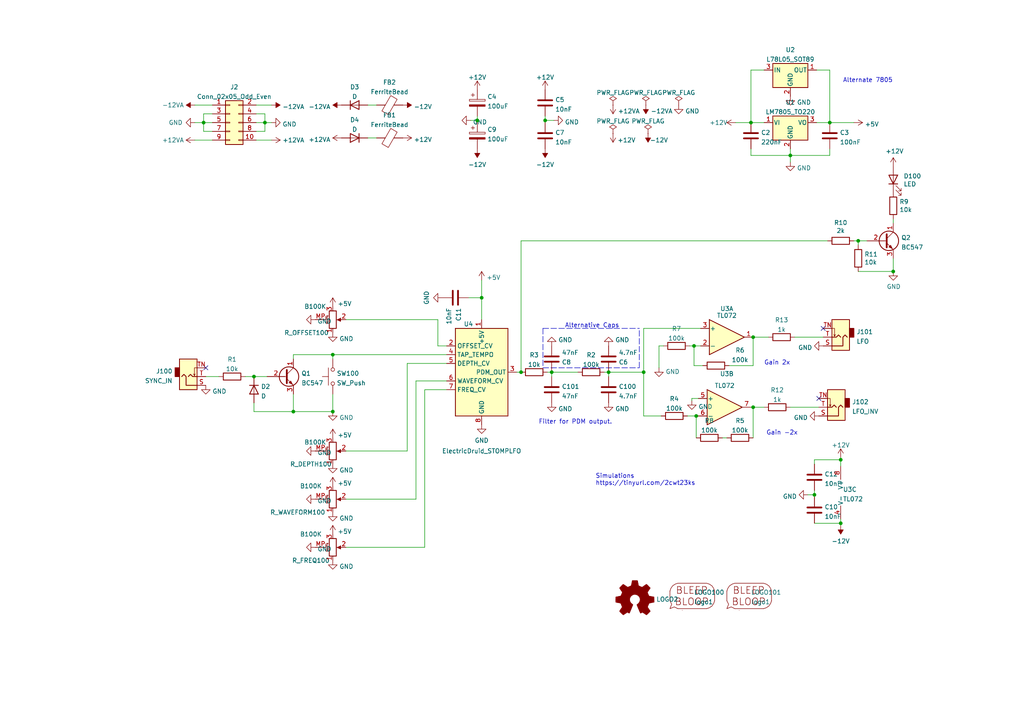
<source format=kicad_sch>
(kicad_sch (version 20211123) (generator eeschema)
  (paper "A4")
  (title_block (title "STOMPLFO ") (date "2022-06-25") (rev "1.0") (company "RobotDialogs"))
  (lib_symbols
    (symbol "Amplifier_Operational:TL072" (pin_names (offset 0.127))
      (property "Reference" "U" (at 0 5.08 0))
      (property "Value" "TL072" (at 0 -5.08 0))
      (symbol "TL072_1_1"
        (pin output line (at 7.62 0 180) (length 2.54) (name "~") (number "1"))
        (pin input line (at -7.62 -2.54 0) (length 2.54) (name "-") (number "2"))
        (pin input line (at -7.62 2.54 0) (length 2.54) (name "+") (number "3"))
      )
      (symbol "TL072_2_1"
        (pin input line (at -7.62 2.54 0) (length 2.54) (name "+") (number "5"))
        (pin input line (at -7.62 -2.54 0) (length 2.54) (name "-") (number "6"))
        (pin output line (at 7.62 0 180) (length 2.54) (name "~") (number "7"))
      )
      (symbol "TL072_3_1"
        (pin power_in line (at -2.54 -7.62 90) (length 3.81) (name "V-") (number "4"))
        (pin power_in line (at -2.54 7.62 270) (length 3.81) (name "V+") (number "8"))
      )
    )
    (symbol "Connector:AudioJack2_SwitchT"
      (property "Reference" "J" (at 0 8.89 0))
      (property "Value" "AudioJack2_SwitchT" (at 0 6.35 0))
      (symbol "AudioJack2_SwitchT_1_1"
        (pin passive line (at 5.08 2.54 180) (length 2.54) (name "~") (number "S"))
        (pin passive line (at 5.08 0 180) (length 2.54) (name "~") (number "T"))
        (pin passive line (at 5.08 -2.54 180) (length 2.54) (name "~") (number "TN"))
      )
    )
    (symbol "Connector_Generic:Conn_02x05_Odd_Even" (pin_names (offset 1.016) hide)
      (property "Reference" "J" (at 1.27 7.62 0))
      (property "Value" "Conn_02x05_Odd_Even" (at 1.27 -7.62 0))
      (symbol "Conn_02x05_Odd_Even_1_1"
        (pin passive line (at -5.08 5.08 0) (length 3.81) (name "Pin_1") (number "1"))
        (pin passive line (at 7.62 -5.08 180) (length 3.81) (name "Pin_10") (number "10"))
        (pin passive line (at 7.62 5.08 180) (length 3.81) (name "Pin_2") (number "2"))
        (pin passive line (at -5.08 2.54 0) (length 3.81) (name "Pin_3") (number "3"))
        (pin passive line (at 7.62 2.54 180) (length 3.81) (name "Pin_4") (number "4"))
        (pin passive line (at -5.08 0 0) (length 3.81) (name "Pin_5") (number "5"))
        (pin passive line (at 7.62 0 180) (length 3.81) (name "Pin_6") (number "6"))
        (pin passive line (at -5.08 -2.54 0) (length 3.81) (name "Pin_7") (number "7"))
        (pin passive line (at 7.62 -2.54 180) (length 3.81) (name "Pin_8") (number "8"))
        (pin passive line (at -5.08 -5.08 0) (length 3.81) (name "Pin_9") (number "9"))
      )
    )
    (symbol "Device:C" (pin_numbers hide) (pin_names (offset 0.254))
      (property "Reference" "C" (at 0.635 2.54 0))
      (property "Value" "C" (at 0.635 -2.54 0))
      (symbol "C_1_1"
        (pin passive line (at 0 3.81 270) (length 2.794) (name "~") (number "1"))
        (pin passive line (at 0 -3.81 90) (length 2.794) (name "~") (number "2"))
      )
    )
    (symbol "Device:C_Polarized" (pin_numbers hide) (pin_names (offset 0.254))
      (property "Reference" "C" (at 0.635 2.54 0))
      (property "Value" "C_Polarized" (at 0.635 -2.54 0))
      (symbol "C_Polarized_1_1"
        (pin passive line (at 0 3.81 270) (length 2.794) (name "~") (number "1"))
        (pin passive line (at 0 -3.81 90) (length 2.794) (name "~") (number "2"))
      )
    )
    (symbol "Device:D" (pin_numbers hide) (pin_names (offset 1.016) hide)
      (property "Reference" "D" (at 0 2.54 0))
      (property "Value" "D" (at 0 -2.54 0))
      (symbol "D_1_1"
        (pin passive line (at -3.81 0 0) (length 2.54) (name "K") (number "1"))
        (pin passive line (at 3.81 0 180) (length 2.54) (name "A") (number "2"))
      )
    )
    (symbol "Device:FerriteBead" (pin_numbers hide) (pin_names (offset 0))
      (property "Reference" "FB" (at -3.81 0.635 90))
      (property "Value" "FerriteBead" (at 3.81 0 90))
      (symbol "FerriteBead_1_1"
        (pin passive line (at 0 3.81 270) (length 2.54) (name "~") (number "1"))
        (pin passive line (at 0 -3.81 90) (length 2.54) (name "~") (number "2"))
      )
    )
    (symbol "Device:LED" (pin_numbers hide) (pin_names (offset 1.016) hide)
      (property "Reference" "D" (at 0 2.54 0))
      (property "Value" "LED" (at 0 -2.54 0))
      (symbol "LED_1_1"
        (pin passive line (at -3.81 0 0) (length 2.54) (name "K") (number "1"))
        (pin passive line (at 3.81 0 180) (length 2.54) (name "A") (number "2"))
      )
    )
    (symbol "Device:R" (pin_numbers hide) (pin_names (offset 0))
      (property "Reference" "R" (at 2.032 0 90))
      (property "Value" "R" (at 0 0 90))
      (symbol "R_1_1"
        (pin passive line (at 0 3.81 270) (length 1.27) (name "~") (number "1"))
        (pin passive line (at 0 -3.81 90) (length 1.27) (name "~") (number "2"))
      )
    )
    (symbol "Device:R_Potentiometer_MountingPin" (pin_names (offset 1.016) hide)
      (property "Reference" "RV" (at -8.255 0 90))
      (property "Value" "R_Potentiometer_MountingPin" (at -6.35 0 90))
      (symbol "R_Potentiometer_MountingPin_1_1"
        (text "Mounting" (at -1.651 0 900) (effects (font (size 0.381 0.381))))
        (pin passive line (at 0 3.81 270) (length 1.27) (name "1") (number "1"))
        (pin passive line (at 3.81 0 180) (length 1.27) (name "2") (number "2"))
        (pin passive line (at 0 -3.81 90) (length 1.27) (name "3") (number "3"))
        (pin passive line (at -5.08 0 0) (length 3.048) (name "MountPin") (number "MP"))
      )
    )
    (symbol "My Stuff:ElectricDruid_STOMPLFO"
      (property "Reference" "U" (at -6.096 16.002 0))
      (property "Value" "ElectricDruid_STOMPLFO" (at -13.208 13.716 0))
      (symbol "ElectricDruid_STOMPLFO_1_1"
        (pin power_in line (at 0 15.24 270) (length 2.54) (name "+5V") (number "1"))
        (pin input line (at -10.16 7.62 0) (length 2.54) (name "OFFSET_CV") (number "2"))
        (pin output line (at 10.16 0 180) (length 2.54) (name "PDM_OUT") (number "3"))
        (pin input line (at -10.16 5.08 0) (length 2.54) (name "TAP_TEMPO") (number "4"))
        (pin input line (at -10.16 2.54 0) (length 2.54) (name "DEPTH_CV") (number "5"))
        (pin input line (at -10.16 -2.54 0) (length 2.54) (name "WAVEFORM_CV") (number "6"))
        (pin input line (at -10.16 -5.08 0) (length 2.54) (name "FREQ_CV") (number "7"))
        (pin power_in line (at 0 -15.24 90) (length 2.54) (name "GND") (number "8"))
      )
    )
    (symbol "My Stuff:Logo_Open_Hardware_Small" (pin_names (offset 1.016))
      (property "Reference" "LOGO1" (at 0 6.985 0))
    )
    (symbol "My Stuff:logo1" (pin_names (offset 1.016))
      (property "Reference" "LOGO" (at 0 -4.826 0))
      (property "Value" "logo1" (at 0 4.826 0))
      (symbol "logo1_0_0"
        (text "" (at -1.27 1.27 0) (effects (font (size 1.27 1.27))))
        (text "BLEEP" (at 0 1.524 0) (effects (font (size 2 2))))
        (text "BLOOP" (at 0 -1.778 0) (effects (font (size 2 2))))
      )
    )
    (symbol "Regulator_Linear:L78L05_SOT89" (pin_names (offset 0.254))
      (property "Reference" "U" (at -3.81 3.175 0))
      (property "Value" "L78L05_SOT89" (at -0.635 3.175 0))
      (symbol "L78L05_SOT89_1_1"
        (pin power_out line (at 7.62 0 180) (length 2.54) (name "OUT") (number "1"))
        (pin power_in line (at 0 -7.62 90) (length 2.54) (name "GND") (number "2"))
        (pin power_in line (at -7.62 0 0) (length 2.54) (name "IN") (number "3"))
      )
    )
    (symbol "Regulator_Linear:LM7805_TO220" (pin_names (offset 0.254))
      (property "Reference" "U" (at -3.81 3.175 0))
      (property "Value" "LM7805_TO220" (at 0 3.175 0))
      (symbol "LM7805_TO220_1_1"
        (pin power_in line (at -7.62 0 0) (length 2.54) (name "VI") (number "1"))
        (pin power_in line (at 0 -7.62 90) (length 2.54) (name "GND") (number "2"))
        (pin power_out line (at 7.62 0 180) (length 2.54) (name "VO") (number "3"))
      )
    )
    (symbol "Switch:SW_Push" (pin_numbers hide) (pin_names (offset 1.016) hide)
      (property "Reference" "SW" (at 1.27 2.54 0))
      (property "Value" "SW_Push" (at 0 -1.524 0))
      (symbol "SW_Push_0_1"
        (pin passive line (at -5.08 0 0) (length 2.54) (name "1") (number "1"))
        (pin passive line (at 5.08 0 180) (length 2.54) (name "2") (number "2"))
      )
    )
    (symbol "Transistor_BJT:BC547" (pin_names (offset 0) hide)
      (property "Reference" "Q" (at 5.08 1.905 0))
      (property "Value" "BC547" (at 5.08 0 0))
      (symbol "BC547_1_1"
        (pin passive line (at 2.54 5.08 270) (length 2.54) (name "C") (number "1"))
        (pin input line (at -5.08 0 0) (length 5.08) (name "B") (number "2"))
        (pin passive line (at 2.54 -5.08 90) (length 2.54) (name "E") (number "3"))
      )
    )
    (symbol "power:+12V" (power) (pin_names (offset 0))
      (property "Value" "+12V" (at 0 3.556 0))
      (symbol "+12V_1_1"
        (pin power_in line (at 0 0 90) (length 0) hide (name "+12V") (number "1"))
      )
    )
    (symbol "power:+12VA" (power) (pin_names (offset 0))
      (property "Value" "+12VA" (at 0 3.556 0))
      (symbol "+12VA_1_1"
        (pin power_in line (at 0 0 90) (length 0) hide (name "+12VA") (number "1"))
      )
    )
    (symbol "power:+5V" (power) (pin_names (offset 0))
      (property "Value" "+5V" (at 0 3.556 0))
      (symbol "+5V_1_1"
        (pin power_in line (at 0 0 90) (length 0) hide (name "+5V") (number "1"))
      )
    )
    (symbol "power:-12V" (power) (pin_names (offset 0))
      (property "Value" "-12V" (at 0 3.81 0))
      (symbol "-12V_0_0"
        (pin power_in line (at 0 0 90) (length 0) hide (name "-12V") (number "1"))
      )
    )
    (symbol "power:-12VA" (power) (pin_names (offset 0))
      (property "Value" "-12VA" (at 0 3.556 0))
      (symbol "-12VA_0_0"
        (pin power_in line (at 0 0 90) (length 0) hide (name "-12VA") (number "1"))
      )
    )
    (symbol "power:GND" (power) (pin_names (offset 0))
      (property "Value" "GND" (at 0 -3.81 0))
      (symbol "GND_1_1"
        (pin power_in line (at 0 0 270) (length 0) hide (name "GND") (number "1"))
      )
    )
    (symbol "power:PWR_FLAG" (power) (pin_numbers hide) (pin_names (offset 0) hide)
      (property "Value" "PWR_FLAG" (at 0 3.81 0))
      (symbol "PWR_FLAG_0_0"
        (pin power_out line (at 0 0 90) (length 0) (name "pwr") (number "1"))
      )
    )
  )
  (junction (at 76.835 35.56))
  (junction (at 151.13 107.95))
  (junction (at 201.93 120.65))
  (junction (at 85.09 119.38))
  (junction (at 243.84 133.35))
  (junction (at 186.69 107.95))
  (junction (at 96.52 119.38))
  (junction (at 160.02 107.95))
  (junction (at 201.295 100.33))
  (junction (at 236.22 143.51))
  (junction (at 176.53 107.95))
  (junction (at 217.805 35.56))
  (junction (at 59.055 35.56))
  (junction (at 73.66 109.22))
  (junction (at 158.115 34.925))
  (junction (at 229.235 45.085))
  (junction (at 138.43 34.925))
  (junction (at 259.08 78.74))
  (junction (at 248.92 69.85))
  (junction (at 218.44 118.11))
  (junction (at 218.44 97.79))
  (junction (at 243.84 151.765))
  (junction (at 240.665 35.56))
  (junction (at 139.7 86.36))
  (junction (at 96.52 102.87))
  (no_connect (at 237.49 115.57))
  (no_connect (at 238.76 95.25))
  (no_connect (at 59.69 106.68))
  (wire (pts (xy 201.93 120.65) (xy 201.93 127)))
  (wire (pts (xy 118.11 130.81) (xy 100.33 130.81)))
  (wire (pts (xy 106.68 30.48) (xy 109.22 30.48)))
  (wire (pts (xy 120.65 110.49) (xy 120.65 144.78)))
  (wire (pts (xy 160.02 107.95) (xy 167.64 107.95)))
  (wire (pts (xy 160.02 107.95) (xy 160.02 109.22)))
  (wire (pts (xy 218.44 118.11) (xy 218.44 127)))
  (wire (pts (xy 229.235 43.18) (xy 229.235 45.085)))
  (wire (pts (xy 243.84 151.765) (xy 243.84 150.495)))
  (wire (pts (xy 138.43 34.925) (xy 138.43 35.56)))
  (wire (pts (xy 136.525 34.925) (xy 138.43 34.925)))
  (wire (pts (xy 176.53 107.95) (xy 186.69 107.95)))
  (wire (pts (xy 236.855 35.56) (xy 240.665 35.56)))
  (wire (pts (xy 73.66 116.84) (xy 73.66 119.38)))
  (wire (pts (xy 191.135 100.33) (xy 191.135 106.68)))
  (wire (pts (xy 71.12 109.22) (xy 73.66 109.22)))
  (wire (pts (xy 186.69 120.65) (xy 191.77 120.65)))
  (wire (pts (xy 186.69 95.25) (xy 186.69 107.95)))
  (wire (pts (xy 240.03 69.85) (xy 151.13 69.85)))
  (wire (pts (xy 59.055 33.02) (xy 59.055 35.56)))
  (wire (pts (xy 61.595 33.02) (xy 59.055 33.02)))
  (wire (pts (xy 127 100.33) (xy 129.54 100.33)))
  (wire (pts (xy 236.22 134.62) (xy 236.22 133.35)))
  (wire (pts (xy 151.13 69.85) (xy 151.13 107.95)))
  (wire (pts (xy 248.92 71.12) (xy 248.92 69.85)))
  (wire (pts (xy 76.835 35.56) (xy 76.835 38.1)))
  (wire (pts (xy 209.55 127) (xy 210.82 127)))
  (wire (pts (xy 96.52 102.87) (xy 96.52 104.14)))
  (wire (pts (xy 240.665 35.56) (xy 247.65 35.56)))
  (wire (pts (xy 259.08 63.5) (xy 259.08 64.77)))
  (wire (pts (xy 158.115 34.925) (xy 160.655 34.925)))
  (wire (pts (xy 236.22 133.35) (xy 243.84 133.35)))
  (polyline (pts (xy 157.48 95.25) (xy 157.48 106.68)))
  (wire (pts (xy 199.39 120.65) (xy 201.93 120.65)))
  (wire (pts (xy 201.93 120.65) (xy 202.565 120.65)))
  (wire (pts (xy 129.54 105.41) (xy 118.11 105.41)))
  (wire (pts (xy 56.515 30.48) (xy 61.595 30.48)))
  (wire (pts (xy 175.26 107.95) (xy 176.53 107.95)))
  (wire (pts (xy 129.54 110.49) (xy 120.65 110.49)))
  (wire (pts (xy 96.52 114.3) (xy 96.52 119.38)))
  (wire (pts (xy 243.84 132.715) (xy 243.84 133.35)))
  (polyline (pts (xy 157.48 95.25) (xy 185.42 95.25)))
  (wire (pts (xy 236.22 142.24) (xy 236.22 143.51)))
  (wire (pts (xy 203.835 106.045) (xy 201.295 106.045)))
  (wire (pts (xy 59.055 35.56) (xy 61.595 35.56)))
  (wire (pts (xy 248.92 69.85) (xy 251.46 69.85)))
  (wire (pts (xy 218.44 118.11) (xy 221.615 118.11)))
  (wire (pts (xy 240.665 35.56) (xy 240.665 20.32)))
  (wire (pts (xy 243.84 133.35) (xy 243.84 135.255)))
  (wire (pts (xy 139.7 86.36) (xy 139.7 92.71)))
  (wire (pts (xy 100.33 92.71) (xy 127 92.71)))
  (wire (pts (xy 229.235 118.11) (xy 237.49 118.11)))
  (wire (pts (xy 176.53 107.95) (xy 176.53 109.22)))
  (wire (pts (xy 123.19 113.03) (xy 123.19 158.75)))
  (wire (pts (xy 100.33 158.75) (xy 123.19 158.75)))
  (wire (pts (xy 74.295 30.48) (xy 78.74 30.48)))
  (wire (pts (xy 74.295 33.02) (xy 76.835 33.02)))
  (wire (pts (xy 59.055 35.56) (xy 59.055 38.1)))
  (wire (pts (xy 259.08 74.93) (xy 259.08 78.74)))
  (wire (pts (xy 200.025 100.33) (xy 201.295 100.33)))
  (wire (pts (xy 158.115 34.925) (xy 158.115 35.56)))
  (wire (pts (xy 217.805 43.18) (xy 217.805 45.085)))
  (wire (pts (xy 76.835 35.56) (xy 78.74 35.56)))
  (wire (pts (xy 85.09 114.3) (xy 85.09 119.38)))
  (wire (pts (xy 218.44 106.045) (xy 211.455 106.045)))
  (wire (pts (xy 217.805 45.085) (xy 229.235 45.085)))
  (wire (pts (xy 76.835 33.02) (xy 76.835 35.56)))
  (wire (pts (xy 106.68 40.005) (xy 109.22 40.005)))
  (wire (pts (xy 200.66 115.57) (xy 200.66 116.205)))
  (wire (pts (xy 76.835 38.1) (xy 74.295 38.1)))
  (wire (pts (xy 217.805 118.11) (xy 218.44 118.11)))
  (polyline (pts (xy 157.48 106.68) (xy 185.42 106.68)))
  (wire (pts (xy 240.665 45.085) (xy 240.665 43.18)))
  (wire (pts (xy 230.505 97.79) (xy 238.76 97.79)))
  (wire (pts (xy 229.235 45.085) (xy 240.665 45.085)))
  (wire (pts (xy 149.86 107.95) (xy 151.13 107.95)))
  (wire (pts (xy 240.665 20.32) (xy 236.855 20.32)))
  (wire (pts (xy 139.7 81.28) (xy 139.7 86.36)))
  (wire (pts (xy 118.11 105.41) (xy 118.11 130.81)))
  (wire (pts (xy 158.115 33.655) (xy 158.115 34.925)))
  (wire (pts (xy 217.805 20.32) (xy 217.805 35.56)))
  (wire (pts (xy 59.055 38.1) (xy 61.595 38.1)))
  (wire (pts (xy 236.22 143.51) (xy 236.22 144.145)))
  (wire (pts (xy 192.405 100.33) (xy 191.135 100.33)))
  (wire (pts (xy 202.565 115.57) (xy 200.66 115.57)))
  (wire (pts (xy 73.66 119.38) (xy 85.09 119.38)))
  (wire (pts (xy 236.22 151.765) (xy 243.84 151.765)))
  (wire (pts (xy 158.75 107.95) (xy 160.02 107.95)))
  (wire (pts (xy 234.315 143.51) (xy 236.22 143.51)))
  (wire (pts (xy 74.295 40.64) (xy 78.74 40.64)))
  (wire (pts (xy 221.615 20.32) (xy 217.805 20.32)))
  (wire (pts (xy 213.36 35.56) (xy 217.805 35.56)))
  (wire (pts (xy 248.92 78.74) (xy 259.08 78.74)))
  (wire (pts (xy 201.295 106.045) (xy 201.295 100.33)))
  (wire (pts (xy 186.69 107.95) (xy 186.69 120.65)))
  (wire (pts (xy 247.65 69.85) (xy 248.92 69.85)))
  (wire (pts (xy 59.69 109.22) (xy 63.5 109.22)))
  (wire (pts (xy 56.515 35.56) (xy 59.055 35.56)))
  (wire (pts (xy 243.84 151.765) (xy 243.84 152.4)))
  (wire (pts (xy 218.44 97.79) (xy 218.44 106.045)))
  (wire (pts (xy 96.52 102.87) (xy 129.54 102.87)))
  (wire (pts (xy 139.7 86.36) (xy 135.89 86.36)))
  (wire (pts (xy 218.44 97.79) (xy 222.885 97.79)))
  (wire (pts (xy 201.295 100.33) (xy 203.2 100.33)))
  (wire (pts (xy 85.09 104.14) (xy 85.09 102.87)))
  (wire (pts (xy 73.66 109.22) (xy 77.47 109.22)))
  (polyline (pts (xy 185.42 106.68) (xy 185.42 95.25)))
  (wire (pts (xy 129.54 113.03) (xy 123.19 113.03)))
  (wire (pts (xy 74.295 35.56) (xy 76.835 35.56)))
  (wire (pts (xy 61.595 40.64) (xy 56.515 40.64)))
  (wire (pts (xy 85.09 119.38) (xy 96.52 119.38)))
  (wire (pts (xy 120.65 144.78) (xy 100.33 144.78)))
  (wire (pts (xy 127 92.71) (xy 127 100.33)))
  (wire (pts (xy 85.09 102.87) (xy 96.52 102.87)))
  (wire (pts (xy 138.43 33.655) (xy 138.43 34.925)))
  (wire (pts (xy 229.235 45.085) (xy 229.235 46.99)))
  (wire (pts (xy 217.805 35.56) (xy 221.615 35.56)))
  (wire (pts (xy 186.69 95.25) (xy 203.2 95.25)))
  (text "Filter for PDM output." (at 156.21 123.19 0) (effects (font (size 1.27 1.27)) (justify left bottom)))
  (text "Gain 2x" (at 221.615 106.045 0) (effects (font (size 1.27 1.27)) (justify left bottom)))
  (text "Gain -2x" (at 222.25 126.365 0) (effects (font (size 1.27 1.27)) (justify left bottom)))
  (text "Simulations\nhttps://tinyurl.com/2cwt23ks" (at 172.72 140.97 0) (effects (font (size 1.27 1.27)) (justify left bottom)))
  (text "Alternate 7805" (at 244.475 24.13 0) (effects (font (size 1.27 1.27)) (justify left bottom)))
  (text "Alternative Caps" (at 163.83 95.25 0) (effects (font (size 1.27 1.27)) (justify left bottom)))
  (symbol (lib_id "Device:D") (at 102.87 30.48 0) (unit 1)
    (property "Reference" "D3" (at 102.87 25.2435 0))
    (property "Value" "D" (at 102.87 28.0186 0))
    (property "Footprint" "Diode_THT:D_A-405_P7.62mm_Horizontal" (effects hide))
  )
  (symbol (lib_id "Device:C") (at 132.08 86.36 270) (unit 1)
    (property "Reference" "C11" (at 132.9885 89.281 0) (effects (justify left)))
    (property "Value" "10nF" (at 130.2134 89.281 0) (effects (justify left)))
    (property "Footprint" "Capacitor_SMD:C_1206_3216Metric_Pad1.33x1.80mm_HandSolder" (effects hide))
  )
  (symbol (lib_id "Device:C_Polarized") (at 138.43 29.845 0) (unit 1)
    (property "Reference" "C4" (at 141.351 28.0475 0) (effects (justify left)))
    (property "Value" "100uF" (at 141.351 30.8226 0) (effects (justify left)))
    (property "Footprint" "Capacitor_THT:CP_Radial_D5.0mm_P2.50mm" (effects hide))
  )
  (symbol (lib_id "Device:C") (at 236.22 138.43 0) (unit 1)
    (property "Reference" "C12" (at 239.141 137.5215 0) (effects (justify left)))
    (property "Value" "10nF" (at 239.141 140.2966 0) (effects (justify left)))
    (property "Footprint" "Capacitor_SMD:C_1206_3216Metric_Pad1.33x1.80mm_HandSolder" (effects hide))
  )
  (symbol (lib_id "power:+12VA") (at 56.515 40.64 90) (unit 1)
    (property "Reference" "#PWR0106" (effects hide))
    (property "Value" "+12VA" (at 46.99 40.64 90) (effects (justify right)))
  )
  (symbol (lib_id "Device:R") (at 207.645 106.045 90) (unit 1)
    (property "Reference" "R6" (at 214.63 101.6 90))
    (property "Value" "100k" (at 214.63 104.3751 90))
    (property "Footprint" "Resistor_SMD:R_1206_3216Metric_Pad1.30x1.75mm_HandSolder" (effects hide))
  )
  (symbol (lib_id "power:GND") (at 237.49 120.65 270) (unit 1)
    (property "Reference" "#PWR019" (effects hide))
    (property "Value" "GND" (at 234.3151 121.129 90) (effects (justify right)))
  )
  (symbol (lib_id "power:-12VA") (at 187.325 30.48 180) (unit 1)
    (property "Reference" "#PWR0126" (effects hide))
    (property "Value" "-12VA" (at 188.722 32.229 0) (effects (justify right)))
  )
  (symbol (lib_id "power:+12V") (at 138.43 26.035 0) (unit 1)
    (property "Reference" "#PWR0130" (effects hide))
    (property "Value" "+12V" (at 138.43 22.4305 0))
  )
  (symbol (lib_id "Device:R_Potentiometer_MountingPin") (at 96.52 158.75 0) (mirror x) (unit 1)
    (property "Reference" "R_FREQ100" (at 90.17 162.56 0))
    (property "Value" "B100K" (at 90.17 154.94 0))
    (property "Footprint" "My Stuff:Potentiometer_Alpha_RD901F-40-00D_Single_Vertical_w_3d" (effects hide))
  )
  (symbol (lib_id "Device:R") (at 196.215 100.33 90) (unit 1)
    (property "Reference" "R7" (at 196.215 95.3475 90))
    (property "Value" "100k" (at 196.215 98.1226 90))
    (property "Footprint" "Resistor_SMD:R_1206_3216Metric_Pad1.30x1.75mm_HandSolder" (effects hide))
  )
  (symbol (lib_id "Connector_Generic:Conn_02x05_Odd_Even") (at 66.675 35.56 0) (unit 1)
    (property "Reference" "J2" (at 67.945 25.2435 0))
    (property "Value" "Conn_02x05_Odd_Even" (at 67.945 28.0186 0))
    (property "Footprint" "Connector_IDC:IDC-Header_2x05_P2.54mm_Vertical" (effects hide))
  )
  (symbol (lib_id "Device:C") (at 158.115 29.845 0) (unit 1)
    (property "Reference" "C5" (at 161.036 28.9365 0) (effects (justify left)))
    (property "Value" "10nF" (at 161.036 31.7116 0) (effects (justify left)))
    (property "Footprint" "Capacitor_SMD:C_1206_3216Metric_Pad1.33x1.80mm_HandSolder" (effects hide))
  )
  (symbol (lib_id "My Stuff:Logo_Open_Hardware_Small") (at 184.15 173.99 0) (unit 1)
    (property "Reference" "LOGO2" (at 190.3476 173.834 0) (effects (justify left)))
    (property "Value" "Logo_Open_Hardware_Small" (effects hide))
    (property "Footprint" "Symbol:OSHW-Symbol_6.7x6mm_SilkScreen" (effects hide))
  )
  (symbol (lib_id "power:-12V") (at 138.43 43.18 180) (unit 1)
    (property "Reference" "#PWR0122" (effects hide))
    (property "Value" "-12V" (at 138.43 47.7425 0))
  )
  (symbol (lib_id "power:+12V") (at 116.84 40.005 270) (unit 1)
    (property "Reference" "#PWR0112" (effects hide))
    (property "Value" "+12V" (at 120.015 40.484 90) (effects (justify left)))
  )
  (symbol (lib_id "power:GND") (at 139.7 123.19 0) (unit 1)
    (property "Reference" "#PWR012" (effects hide))
    (property "Value" "GND" (at 139.7 127.7525 0))
  )
  (symbol (lib_id "power:GND") (at 176.53 116.84 0) (unit 1)
    (property "Reference" "#PWR015" (effects hide))
    (property "Value" "GND" (at 178.435 118.589 0) (effects (justify left)))
  )
  (symbol (lib_id "power:-12VA") (at 56.515 30.48 90) (unit 1)
    (property "Reference" "#PWR0105" (effects hide))
    (property "Value" "-12VA" (at 46.99 30.48 90) (effects (justify right)))
  )
  (symbol (lib_id "Connector:AudioJack2_SwitchT") (at 54.61 109.22 0) (mirror x) (unit 1)
    (property "Reference" "J100" (at 50.038 107.6765 0) (effects (justify right)))
    (property "Value" "SYNC_IN" (at 50.038 110.4516 0) (effects (justify right)))
    (property "Footprint" "My Stuff:Jack_3.5mm_MJ-355W_and_PJ398SM_Vertical" (effects hide))
  )
  (symbol (lib_id "power:-12V") (at 187.96 38.735 180) (unit 1)
    (property "Reference" "#PWR0127" (effects hide))
    (property "Value" "-12V" (at 191.135 40.64 0))
  )
  (symbol (lib_id "Device:C_Polarized") (at 138.43 39.37 0) (unit 1)
    (property "Reference" "C9" (at 141.351 37.5725 0) (effects (justify left)))
    (property "Value" "100uF" (at 141.351 40.3476 0) (effects (justify left)))
    (property "Footprint" "Capacitor_THT:CP_Radial_D5.0mm_P2.50mm" (effects hide))
  )
  (symbol (lib_id "power:PWR_FLAG") (at 177.8 38.735 0) (unit 1)
    (property "Reference" "#FLG0102" (effects hide))
    (property "Value" "PWR_FLAG" (at 177.8 35.1305 0))
  )
  (symbol (lib_id "Device:C") (at 158.115 39.37 0) (unit 1)
    (property "Reference" "C7" (at 161.036 38.4615 0) (effects (justify left)))
    (property "Value" "10nF" (at 161.036 41.2366 0) (effects (justify left)))
    (property "Footprint" "Capacitor_SMD:C_1206_3216Metric_Pad1.33x1.80mm_HandSolder" (effects hide))
  )
  (symbol (lib_id "Device:FerriteBead") (at 113.03 30.48 90) (unit 1)
    (property "Reference" "FB2" (at 112.9792 23.8719 90))
    (property "Value" "FerriteBead" (at 112.9792 26.647 90))
    (property "Footprint" "Inductor_THT:L_Axial_L5.3mm_D2.2mm_P2.54mm_Vertical_Vishay_IM-1" (effects hide))
  )
  (symbol (lib_id "power:GND") (at 160.02 116.84 0) (unit 1)
    (property "Reference" "#PWR014" (effects hide))
    (property "Value" "GND" (at 161.925 118.589 0) (effects (justify left)))
  )
  (symbol (lib_id "power:+5V") (at 96.52 140.97 0) (unit 1)
    (property "Reference" "#PWR0114" (effects hide))
    (property "Value" "+5V" (at 97.917 140.179 0) (effects (justify left)))
  )
  (symbol (lib_id "power:+5V") (at 96.52 154.94 0) (unit 1)
    (property "Reference" "#PWR0117" (effects hide))
    (property "Value" "+5V" (at 97.917 154.149 0) (effects (justify left)))
  )
  (symbol (lib_id "power:GND") (at 91.44 158.75 270) (unit 1)
    (property "Reference" "#PWR0119" (effects hide))
    (property "Value" "GND" (at 92.075 159.229 90) (effects (justify left)))
  )
  (symbol (lib_id "power:GND") (at 96.52 119.38 0) (unit 1)
    (property "Reference" "#PWR04" (effects hide))
    (property "Value" "GND" (at 98.425 121.129 0) (effects (justify left)))
  )
  (symbol (lib_id "power:GND") (at 128.27 86.36 270) (unit 1)
    (property "Reference" "#PWR013" (effects hide))
    (property "Value" "GND" (at 123.7075 86.36 0))
  )
  (symbol (lib_id "Device:R") (at 67.31 109.22 90) (unit 1)
    (property "Reference" "R1" (at 67.31 104.2375 90))
    (property "Value" "10k" (at 67.31 107.0126 90))
    (property "Footprint" "Resistor_SMD:R_1206_3216Metric_Pad1.30x1.75mm_HandSolder" (effects hide))
  )
  (symbol (lib_id "power:GND") (at 229.235 46.99 0) (unit 1)
    (property "Reference" "#PWR0101" (effects hide))
    (property "Value" "GND" (at 231.14 48.739 0) (effects (justify left)))
  )
  (symbol (lib_id "power:+12V") (at 177.8 38.735 180) (unit 1)
    (property "Reference" "#PWR0124" (effects hide))
    (property "Value" "+12V" (at 179.07 40.64 0) (effects (justify right)))
  )
  (symbol (lib_id "My Stuff:ElectricDruid_STOMPLFO") (at 139.7 107.95 0) (unit 1)
    (property "Reference" "U4" (at 135.89 93.98 0))
    (property "Value" "ElectricDruid_STOMPLFO" (at 139.7 130.81 0))
    (property "Footprint" "Package_DIP:DIP-8_W7.62mm_Socket_LongPads" (effects hide))
    (property "Datasheet" "https://electricdruid.net/datasheets/STOMPLFODatasheet.pdf" (effects hide))
  )
  (symbol (lib_id "power:+12VA") (at 177.8 30.48 180) (unit 1)
    (property "Reference" "#PWR0125" (effects hide))
    (property "Value" "+12VA" (at 179.197 32.229 0) (effects (justify right)))
  )
  (symbol (lib_id "Regulator_Linear:L78L05_SOT89") (at 229.235 20.32 0) (unit 1)
    (property "Reference" "U2" (at 229.235 14.4485 0))
    (property "Value" "L78L05_SOT89" (at 229.235 17.2236 0))
    (property "Footprint" "Package_TO_SOT_SMD:SOT-89-3" (effects hide))
    (property "Datasheet" "http://www.st.com/content/ccc/resource/technical/document/datasheet/15/55/e5/aa/23/5b/43/fd/CD00000446.pdf/files/CD00000446.pdf/jcr:content/translations/en.CD00000446.pdf" (effects hide))
  )
  (symbol (lib_id "power:GND") (at 229.235 27.94 0) (unit 1)
    (property "Reference" "#PWR025" (effects hide))
    (property "Value" "GND" (at 231.14 29.689 0) (effects (justify left)))
  )
  (symbol (lib_id "Device:R") (at 154.94 107.95 90) (unit 1)
    (property "Reference" "R3" (at 154.94 102.9675 90))
    (property "Value" "10k" (at 154.94 105.7426 90))
    (property "Footprint" "Resistor_SMD:R_1206_3216Metric_Pad1.30x1.75mm_HandSolder" (effects hide))
  )
  (symbol (lib_id "Device:R_Potentiometer_MountingPin") (at 96.52 92.71 0) (mirror x) (unit 1)
    (property "Reference" "R_OFFSET100" (at 88.9 96.52 0))
    (property "Value" "B100K" (at 91.44 88.9 0))
    (property "Footprint" "My Stuff:Potentiometer_Alpha_RD901F-40-00D_Single_Vertical_w_3d" (effects hide))
  )
  (symbol (lib_id "power:PWR_FLAG") (at 196.85 30.48 0) (unit 1)
    (property "Reference" "#FLG0103" (effects hide))
    (property "Value" "PWR_FLAG" (at 196.85 26.8755 0))
  )
  (symbol (lib_id "Device:R") (at 195.58 120.65 90) (unit 1)
    (property "Reference" "R4" (at 195.58 115.6675 90))
    (property "Value" "100k" (at 195.58 118.4426 90))
    (property "Footprint" "Resistor_SMD:R_1206_3216Metric_Pad1.30x1.75mm_HandSolder" (effects hide))
  )
  (symbol (lib_id "power:GND") (at 200.66 116.205 0) (unit 1)
    (property "Reference" "#PWR017" (effects hide))
    (property "Value" "GND" (at 202.565 117.954 0) (effects (justify left)))
  )
  (symbol (lib_id "Device:C") (at 176.53 113.03 0) (unit 1)
    (property "Reference" "C100" (at 179.451 112.1215 0) (effects (justify left)))
    (property "Value" "4.7nF" (at 179.451 114.8966 0) (effects (justify left)))
    (property "Footprint" "Capacitor_THT:C_Disc_D5.1mm_W3.2mm_P5.00mm" (effects hide))
  )
  (symbol (lib_id "Device:C") (at 176.53 104.14 0) (mirror x) (unit 1)
    (property "Reference" "C6" (at 179.451 105.0485 0) (effects (justify left)))
    (property "Value" "4.7nF" (at 179.451 102.2734 0) (effects (justify left)))
    (property "Footprint" "Capacitor_SMD:C_1206_3216Metric_Pad1.33x1.80mm_HandSolder" (effects hide))
  )
  (symbol (lib_id "power:-12VA") (at 99.06 30.48 90) (unit 1)
    (property "Reference" "#PWR0107" (effects hide))
    (property "Value" "-12VA" (at 95.885 30.959 90) (effects (justify left)))
  )
  (symbol (lib_id "power:GND") (at 234.315 143.51 270) (unit 1)
    (property "Reference" "#PWR018" (effects hide))
    (property "Value" "GND" (at 231.1401 143.989 90) (effects (justify right)))
  )
  (symbol (lib_id "Device:R") (at 171.45 107.95 90) (unit 1)
    (property "Reference" "R2" (at 171.45 102.9675 90))
    (property "Value" "100k" (at 171.45 105.7426 90))
    (property "Footprint" "Resistor_SMD:R_1206_3216Metric_Pad1.30x1.75mm_HandSolder" (effects hide))
  )
  (symbol (lib_id "power:GND") (at 259.08 78.74 0) (unit 1)
    (property "Reference" "#PWR024" (effects hide))
    (property "Value" "GND" (at 259.207 83.1342 0))
  )
  (symbol (lib_id "power:+12V") (at 243.84 132.715 0) (unit 1)
    (property "Reference" "#PWR021" (effects hide))
    (property "Value" "+12V" (at 243.84 129.1105 0))
  )
  (symbol (lib_id "Amplifier_Operational:TL072") (at 210.185 118.11 0) (unit 2)
    (property "Reference" "U3" (at 210.82 108.4285 0))
    (property "Value" "TL072" (at 210.185 111.8386 0))
    (property "Footprint" "Package_DIP:DIP-8_W7.62mm_Socket_LongPads" (effects hide))
    (property "Datasheet" "http://www.ti.com/lit/ds/symlink/tl071.pdf" (effects hide))
  )
  (symbol (lib_id "power:PWR_FLAG") (at 177.8 30.48 0) (unit 1)
    (property "Reference" "#FLG0101" (effects hide))
    (property "Value" "PWR_FLAG" (at 177.8 26.8755 0))
  )
  (symbol (lib_id "power:-12V") (at 243.84 152.4 180) (unit 1)
    (property "Reference" "#PWR022" (effects hide))
    (property "Value" "-12V" (at 243.84 156.9625 0))
  )
  (symbol (lib_id "Device:C") (at 160.02 113.03 0) (unit 1)
    (property "Reference" "C101" (at 162.941 112.1215 0) (effects (justify left)))
    (property "Value" "47nF" (at 162.941 114.8966 0) (effects (justify left)))
    (property "Footprint" "Capacitor_THT:C_Disc_D5.1mm_W3.2mm_P5.00mm" (effects hide))
  )
  (symbol (lib_id "power:GND") (at 160.655 34.925 90) (unit 1)
    (property "Reference" "#PWR0121" (effects hide))
    (property "Value" "GND" (at 163.83 35.404 90) (effects (justify right)))
  )
  (symbol (lib_id "power:+12V") (at 259.08 48.26 0) (unit 1)
    (property "Reference" "#PWR023" (effects hide))
    (property "Value" "+12V" (at 259.461 43.8658 0))
  )
  (symbol (lib_id "power:PWR_FLAG") (at 187.325 30.48 0) (unit 1)
    (property "Reference" "#FLG0104" (effects hide))
    (property "Value" "PWR_FLAG" (at 187.325 26.8755 0))
  )
  (symbol (lib_id "power:+5V") (at 247.65 35.56 270) (unit 1)
    (property "Reference" "#PWR0102" (effects hide))
    (property "Value" "+5V" (at 250.825 36.039 90) (effects (justify left)))
  )
  (symbol (lib_id "Device:R") (at 259.08 59.69 0) (unit 1)
    (property "Reference" "R9" (at 260.858 58.5216 0) (effects (justify left)))
    (property "Value" "10k" (at 260.858 60.833 0) (effects (justify left)))
    (property "Footprint" "Resistor_SMD:R_1206_3216Metric_Pad1.30x1.75mm_HandSolder" (effects hide))
  )
  (symbol (lib_id "power:GND") (at 96.52 148.59 0) (unit 1)
    (property "Reference" "#PWR0115" (effects hide))
    (property "Value" "GND" (at 98.425 150.339 0) (effects (justify left)))
  )
  (symbol (lib_id "Regulator_Linear:LM7805_TO220") (at 229.235 35.56 0) (unit 1)
    (property "Reference" "U1" (at 229.235 29.6885 0))
    (property "Value" "LM7805_TO220" (at 229.235 32.4636 0))
    (property "Footprint" "Package_TO_SOT_THT:TO-220-3_Vertical" (effects hide))
    (property "Datasheet" "https://www.onsemi.cn/PowerSolutions/document/MC7800-D.PDF" (effects hide))
  )
  (symbol (lib_id "power:+12V") (at 213.36 35.56 90) (unit 1)
    (property "Reference" "#PWR0103" (effects hide))
    (property "Value" "+12V" (at 205.74 35.56 90) (effects (justify right)))
  )
  (symbol (lib_id "Device:R") (at 226.695 97.79 90) (unit 1)
    (property "Reference" "R13" (at 226.695 92.8075 90))
    (property "Value" "1k" (at 226.695 95.5826 90))
    (property "Footprint" "Resistor_SMD:R_1206_3216Metric_Pad1.30x1.75mm_HandSolder" (effects hide))
  )
  (symbol (lib_id "power:GND") (at 96.52 134.62 0) (unit 1)
    (property "Reference" "#PWR0116" (effects hide))
    (property "Value" "GND" (at 98.425 136.369 0) (effects (justify left)))
  )
  (symbol (lib_id "Device:R") (at 225.425 118.11 90) (unit 1)
    (property "Reference" "R12" (at 225.425 113.1275 90))
    (property "Value" "1k" (at 225.425 115.9026 90))
    (property "Footprint" "Resistor_SMD:R_1206_3216Metric_Pad1.30x1.75mm_HandSolder" (effects hide))
  )
  (symbol (lib_id "power:GND") (at 238.76 100.33 270) (unit 1)
    (property "Reference" "#PWR020" (effects hide))
    (property "Value" "GND" (at 235.5851 100.809 90) (effects (justify right)))
  )
  (symbol (lib_id "power:GND") (at 78.74 35.56 90) (unit 1)
    (property "Reference" "#PWR0111" (effects hide))
    (property "Value" "GND" (at 81.915 36.039 90) (effects (justify right)))
  )
  (symbol (lib_id "power:+5V") (at 139.7 81.28 0) (unit 1)
    (property "Reference" "#PWR011" (effects hide))
    (property "Value" "+5V" (at 141.097 80.489 0) (effects (justify left)))
  )
  (symbol (lib_id "power:GND") (at 91.44 92.71 270) (unit 1)
    (property "Reference" "#PWR0134" (effects hide))
    (property "Value" "GND" (at 92.075 93.189 90) (effects (justify left)))
  )
  (symbol (lib_id "Device:C") (at 236.22 147.955 0) (unit 1)
    (property "Reference" "C10" (at 239.141 147.0465 0) (effects (justify left)))
    (property "Value" "10nF" (at 239.141 149.8216 0) (effects (justify left)))
    (property "Footprint" "Capacitor_SMD:C_1206_3216Metric_Pad1.33x1.80mm_HandSolder" (effects hide))
  )
  (symbol (lib_id "power:+5V") (at 96.52 127 0) (unit 1)
    (property "Reference" "#PWR0118" (effects hide))
    (property "Value" "+5V" (at 97.917 126.209 0) (effects (justify left)))
  )
  (symbol (lib_id "Device:C") (at 240.665 39.37 0) (unit 1)
    (property "Reference" "C3" (at 243.586 38.4615 0) (effects (justify left)))
    (property "Value" "100nF" (at 243.586 41.2366 0) (effects (justify left)))
    (property "Footprint" "Capacitor_SMD:C_1206_3216Metric_Pad1.33x1.80mm_HandSolder" (effects hide))
  )
  (symbol (lib_id "Device:R") (at 205.74 127 90) (unit 1)
    (property "Reference" "R8" (at 205.74 122.0175 90))
    (property "Value" "100k" (at 205.74 124.7926 90))
    (property "Footprint" "Resistor_SMD:R_1206_3216Metric_Pad1.30x1.75mm_HandSolder" (effects hide))
  )
  (symbol (lib_id "Transistor_BJT:BC547") (at 256.54 69.85 0) (unit 1)
    (property "Reference" "Q2" (at 261.3914 68.9415 0) (effects (justify left)))
    (property "Value" "BC547" (at 261.3914 71.7166 0) (effects (justify left)))
    (property "Footprint" "Package_TO_SOT_THT:TO-92_Inline_Wide" (effects hide))
    (property "Datasheet" "https://www.onsemi.com/pub/Collateral/BC550-D.pdf" (effects hide))
  )
  (symbol (lib_id "Connector:AudioJack2_SwitchT") (at 243.84 97.79 180) (unit 1)
    (property "Reference" "J101" (at 248.412 96.2465 0) (effects (justify right)))
    (property "Value" "LFO" (at 248.412 99.0216 0) (effects (justify right)))
    (property "Footprint" "My Stuff:Jack_3.5mm_MJ-355W_and_PJ398SM_Vertical" (effects hide))
  )
  (symbol (lib_id "Device:FerriteBead") (at 113.03 40.005 90) (unit 1)
    (property "Reference" "FB1" (at 112.9792 33.3969 90))
    (property "Value" "FerriteBead" (at 112.9792 36.172 90))
    (property "Footprint" "Inductor_THT:L_Axial_L5.3mm_D2.2mm_P2.54mm_Vertical_Vishay_IM-1" (effects hide))
  )
  (symbol (lib_id "power:+12VA") (at 99.06 40.005 90) (unit 1)
    (property "Reference" "#PWR0108" (effects hide))
    (property "Value" "+12VA" (at 95.885 40.484 90) (effects (justify left)))
  )
  (symbol (lib_id "power:GND") (at 160.02 100.33 0) (mirror x) (unit 1)
    (property "Reference" "#PWR05" (effects hide))
    (property "Value" "GND" (at 161.925 98.581 0) (effects (justify left)))
  )
  (symbol (lib_id "Switch:SW_Push") (at 96.52 109.22 90) (unit 1)
    (property "Reference" "SW100" (at 97.663 108.3115 90) (effects (justify right)))
    (property "Value" "SW_Push" (at 97.663 111.0866 90) (effects (justify right)))
    (property "Footprint" "My Stuff:SW_PS1024ALRED" (effects hide))
  )
  (symbol (lib_id "power:+12V") (at 158.115 26.035 0) (unit 1)
    (property "Reference" "#PWR0129" (effects hide))
    (property "Value" "+12V" (at 158.115 22.4305 0))
  )
  (symbol (lib_id "power:-12V") (at 116.84 30.48 270) (unit 1)
    (property "Reference" "#PWR0113" (effects hide))
    (property "Value" "-12V" (at 120.015 30.959 90) (effects (justify left)))
  )
  (symbol (lib_id "My Stuff:logo1") (at 217.17 172.72 0) (unit 1)
    (property "Reference" "LOGO101" (at 217.805 171.8115 0) (effects (justify left)))
    (property "Value" "logo1" (at 217.805 174.5866 0) (effects (justify left)))
    (property "Footprint" "My Stuff:Logo2" (effects hide))
  )
  (symbol (lib_id "power:GND") (at 91.44 144.78 270) (unit 1)
    (property "Reference" "#PWR0133" (effects hide))
    (property "Value" "GND" (at 92.075 145.259 90) (effects (justify left)))
  )
  (symbol (lib_id "Device:C") (at 217.805 39.37 0) (unit 1)
    (property "Reference" "C2" (at 220.726 38.4615 0) (effects (justify left)))
    (property "Value" "220nF" (at 220.726 41.2366 0) (effects (justify left)))
    (property "Footprint" "Capacitor_SMD:C_1206_3216Metric_Pad1.33x1.80mm_HandSolder" (effects hide))
  )
  (symbol (lib_id "power:GND") (at 96.52 96.52 0) (unit 1)
    (property "Reference" "#PWR03" (effects hide))
    (property "Value" "GND" (at 98.425 98.269 0) (effects (justify left)))
  )
  (symbol (lib_id "Connector:AudioJack2_SwitchT") (at 242.57 118.11 180) (unit 1)
    (property "Reference" "J102" (at 247.142 116.5665 0) (effects (justify right)))
    (property "Value" "LFO_INV" (at 247.142 119.3416 0) (effects (justify right)))
    (property "Footprint" "My Stuff:Jack_3.5mm_MJ-355W_and_PJ398SM_Vertical" (effects hide))
  )
  (symbol (lib_id "power:GND") (at 136.525 34.925 270) (unit 1)
    (property "Reference" "#PWR0123" (effects hide))
    (property "Value" "GND" (at 137.16 35.404 90) (effects (justify left)))
  )
  (symbol (lib_id "Device:C") (at 160.02 104.14 0) (mirror x) (unit 1)
    (property "Reference" "C8" (at 162.941 105.0485 0) (effects (justify left)))
    (property "Value" "47nF" (at 162.941 102.2734 0) (effects (justify left)))
    (property "Footprint" "Capacitor_SMD:C_1206_3216Metric_Pad1.33x1.80mm_HandSolder" (effects hide))
  )
  (symbol (lib_id "power:-12VA") (at 78.74 30.48 270) (unit 1)
    (property "Reference" "#PWR0109" (effects hide))
    (property "Value" "-12VA" (at 81.915 30.959 90) (effects (justify left)))
  )
  (symbol (lib_id "Device:R") (at 248.92 74.93 0) (unit 1)
    (property "Reference" "R11" (at 250.698 73.7616 0) (effects (justify left)))
    (property "Value" "10k" (at 250.698 76.073 0) (effects (justify left)))
    (property "Footprint" "Resistor_SMD:R_1206_3216Metric_Pad1.30x1.75mm_HandSolder" (effects hide))
  )
  (symbol (lib_id "power:GND") (at 91.44 130.81 270) (unit 1)
    (property "Reference" "#PWR0131" (effects hide))
    (property "Value" "GND" (at 92.075 131.289 90) (effects (justify left)))
  )
  (symbol (lib_id "Amplifier_Operational:TL072") (at 246.38 142.875 0) (unit 3)
    (property "Reference" "U3" (at 244.475 141.9665 0) (effects (justify left)))
    (property "Value" "TL072" (at 244.475 144.7416 0) (effects (justify left)))
    (property "Footprint" "Package_DIP:DIP-8_W7.62mm_Socket_LongPads" (effects hide))
    (property "Datasheet" "http://www.ti.com/lit/ds/symlink/tl071.pdf" (effects hide))
  )
  (symbol (lib_id "power:GND") (at 96.52 162.56 0) (unit 1)
    (property "Reference" "#PWR0132" (effects hide))
    (property "Value" "GND" (at 98.425 164.309 0) (effects (justify left)))
  )
  (symbol (lib_id "Device:R_Potentiometer_MountingPin") (at 96.52 130.81 0) (mirror x) (unit 1)
    (property "Reference" "R_DEPTH100" (at 90.17 134.62 0))
    (property "Value" "B100K" (at 91.44 128.27 0))
    (property "Footprint" "My Stuff:Potentiometer_Alpha_RD901F-40-00D_Single_Vertical_w_3d" (effects hide))
  )
  (symbol (lib_id "Device:R_Potentiometer_MountingPin") (at 96.52 144.78 0) (mirror x) (unit 1)
    (property "Reference" "R_WAVEFORM100" (at 86.36 148.59 0))
    (property "Value" "B100K" (at 90.17 140.97 0))
    (property "Footprint" "My Stuff:Potentiometer_Alpha_RD901F-40-00D_Single_Vertical_w_3d" (effects hide))
  )
  (symbol (lib_id "power:GND") (at 176.53 100.33 0) (mirror x) (unit 1)
    (property "Reference" "#PWR06" (effects hide))
    (property "Value" "GND" (at 178.435 98.581 0) (effects (justify left)))
  )
  (symbol (lib_id "power:+12VA") (at 78.74 40.64 270) (unit 1)
    (property "Reference" "#PWR0110" (effects hide))
    (property "Value" "+12VA" (at 81.915 40.64 90) (effects (justify left)))
  )
  (symbol (lib_id "Amplifier_Operational:TL072") (at 210.82 97.79 0) (unit 1)
    (property "Reference" "U3" (at 210.82 89.535 0))
    (property "Value" "TL072" (at 210.82 91.5186 0))
    (property "Footprint" "Package_DIP:DIP-8_W7.62mm_Socket_LongPads" (effects hide))
    (property "Datasheet" "http://www.ti.com/lit/ds/symlink/tl071.pdf" (effects hide))
  )
  (symbol (lib_id "Transistor_BJT:BC547") (at 82.55 109.22 0) (unit 1)
    (property "Reference" "Q1" (at 87.4014 108.3115 0) (effects (justify left)))
    (property "Value" "BC547" (at 87.4014 111.0866 0) (effects (justify left)))
    (property "Footprint" "Package_TO_SOT_THT:TO-92_Inline_Wide" (effects hide))
    (property "Datasheet" "https://www.onsemi.com/pub/Collateral/BC550-D.pdf" (effects hide))
  )
  (symbol (lib_id "Device:R") (at 214.63 127 90) (unit 1)
    (property "Reference" "R5" (at 214.63 122.0175 90))
    (property "Value" "100k" (at 214.63 124.7926 90))
    (property "Footprint" "Resistor_SMD:R_1206_3216Metric_Pad1.30x1.75mm_HandSolder" (effects hide))
  )
  (symbol (lib_id "power:GND") (at 191.135 106.68 0) (unit 1)
    (property "Reference" "#PWR016" (effects hide))
    (property "Value" "GND" (at 193.04 107.794 0) (effects (justify left)))
  )
  (symbol (lib_id "Device:D") (at 73.66 113.03 270) (unit 1)
    (property "Reference" "D2" (at 75.692 112.1215 90) (effects (justify left)))
    (property "Value" "D" (at 75.692 114.8966 90) (effects (justify left)))
    (property "Footprint" "Diode_THT:D_A-405_P7.62mm_Horizontal" (effects hide))
  )
  (symbol (lib_id "power:GND") (at 196.85 30.48 0) (unit 1)
    (property "Reference" "#PWR0128" (effects hide))
    (property "Value" "GND" (at 198.755 32.229 0) (effects (justify left)))
  )
  (symbol (lib_id "power:PWR_FLAG") (at 187.96 38.735 0) (unit 1)
    (property "Reference" "#FLG0105" (effects hide))
    (property "Value" "PWR_FLAG" (at 187.96 35.1305 0))
  )
  (symbol (lib_id "Device:D") (at 102.87 40.005 180) (unit 1)
    (property "Reference" "D4" (at 102.87 34.7685 0))
    (property "Value" "D" (at 102.87 37.5436 0))
    (property "Footprint" "Diode_THT:D_A-405_P7.62mm_Horizontal" (effects hide))
  )
  (symbol (lib_id "Device:R") (at 243.84 69.85 270) (unit 1)
    (property "Reference" "R10" (at 243.84 64.5922 90))
    (property "Value" "2k" (at 243.84 66.9036 90))
    (property "Footprint" "Resistor_SMD:R_1206_3216Metric_Pad1.30x1.75mm_HandSolder" (effects hide))
  )
  (symbol (lib_id "power:GND") (at 59.69 111.76 0) (unit 1)
    (property "Reference" "#PWR01" (effects hide))
    (property "Value" "GND" (at 61.595 113.509 0) (effects (justify left)))
  )
  (symbol (lib_id "My Stuff:logo1") (at 200.66 172.72 0) (unit 1)
    (property "Reference" "LOGO100" (at 201.295 171.8115 0) (effects (justify left)))
    (property "Value" "logo1" (at 201.295 174.5866 0) (effects (justify left)))
    (property "Footprint" "My Stuff:Logo1" (effects hide))
  )
  (symbol (lib_id "power:-12V") (at 158.115 43.18 180) (unit 1)
    (property "Reference" "#PWR0120" (effects hide))
    (property "Value" "-12V" (at 158.115 47.7425 0))
  )
  (symbol (lib_id "power:GND") (at 56.515 35.56 270) (unit 1)
    (property "Reference" "#PWR0104" (effects hide))
    (property "Value" "GND" (at 48.895 35.56 90) (effects (justify left)))
  )
  (symbol (lib_id "Device:LED") (at 259.08 52.07 90) (unit 1)
    (property "Reference" "D100" (at 262.0772 51.0794 90) (effects (justify right)))
    (property "Value" "LED" (at 262.0772 53.3908 90) (effects (justify right)))
    (property "Footprint" "My Stuff:LED_D3.0mm" (effects hide))
  )
  (symbol (lib_id "power:+5V") (at 96.52 88.9 0) (unit 1)
    (property "Reference" "#PWR02" (effects hide))
    (property "Value" "+5V" (at 97.917 88.109 0) (effects (justify left)))
  )
)
</source>
